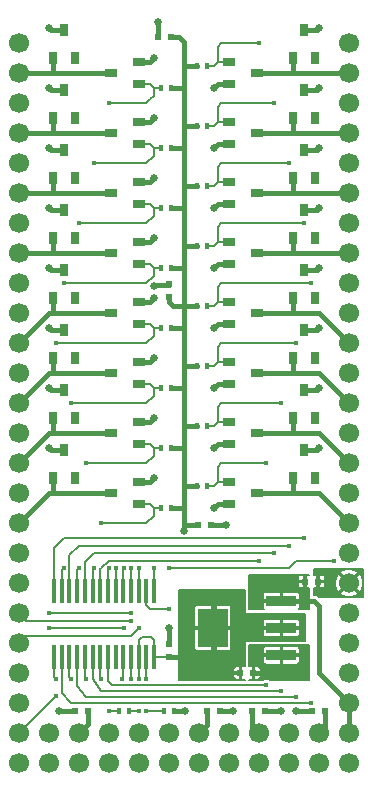
<source format=gbr>
G04 #@! TF.FileFunction,Copper,L1,Top,Signal*
%FSLAX46Y46*%
G04 Gerber Fmt 4.6, Leading zero omitted, Abs format (unit mm)*
G04 Created by KiCad (PCBNEW 4.0.7) date Monday, October 08, 2018 'PMt' 05:16:59 PM*
%MOMM*%
%LPD*%
G01*
G04 APERTURE LIST*
%ADD10C,0.100000*%
%ADD11R,0.400000X0.600000*%
%ADD12R,0.300000X2.000000*%
%ADD13R,0.800000X1.000000*%
%ADD14R,0.600000X0.500000*%
%ADD15R,0.500000X0.600000*%
%ADD16R,2.500000X3.300000*%
%ADD17R,2.500000X0.950000*%
%ADD18R,1.000000X0.800000*%
%ADD19C,1.700000*%
%ADD20C,0.406400*%
%ADD21C,0.635000*%
%ADD22C,0.889000*%
%ADD23C,0.381000*%
%ADD24C,0.177800*%
%ADD25C,0.127000*%
G04 APERTURE END LIST*
D10*
D11*
X171254000Y-90805000D03*
X172154000Y-90805000D03*
D12*
X167640000Y-120015000D03*
X166990000Y-120015000D03*
X166340000Y-120015000D03*
X165690000Y-120015000D03*
X165040000Y-120015000D03*
X164390000Y-120015000D03*
X163740000Y-120015000D03*
X163090000Y-120015000D03*
X162440000Y-120015000D03*
X161790000Y-120015000D03*
X161140000Y-120015000D03*
X160490000Y-120015000D03*
X159840000Y-120015000D03*
X159190000Y-120015000D03*
X159190000Y-125615000D03*
X159840000Y-125615000D03*
X160490000Y-125615000D03*
X161140000Y-125615000D03*
X161790000Y-125615000D03*
X162440000Y-125615000D03*
X163090000Y-125615000D03*
X163740000Y-125615000D03*
X164390000Y-125615000D03*
X165040000Y-125615000D03*
X165690000Y-125615000D03*
X166340000Y-125615000D03*
X166990000Y-125615000D03*
X167640000Y-125615000D03*
D13*
X159070000Y-80010000D03*
X160020000Y-77610000D03*
X160970000Y-80010000D03*
D11*
X169106000Y-82550000D03*
X168206000Y-82550000D03*
D14*
X169079000Y-73152000D03*
X167979000Y-73152000D03*
D15*
X168910000Y-125645000D03*
X168910000Y-124545000D03*
D14*
X180425000Y-119253000D03*
X181525000Y-119253000D03*
X174964000Y-127000000D03*
X176064000Y-127000000D03*
D11*
X169106000Y-77470000D03*
X168206000Y-77470000D03*
X171254000Y-75565000D03*
X172154000Y-75565000D03*
X171254000Y-80645000D03*
X172154000Y-80645000D03*
X169106000Y-87630000D03*
X168206000Y-87630000D03*
X171254000Y-85725000D03*
X172154000Y-85725000D03*
X169106000Y-92710000D03*
X168206000Y-92710000D03*
X169106000Y-97790000D03*
X168206000Y-97790000D03*
X171254000Y-95885000D03*
X172154000Y-95885000D03*
X169106000Y-102870000D03*
X168206000Y-102870000D03*
X171254000Y-100965000D03*
X172154000Y-100965000D03*
X169106000Y-107950000D03*
X168206000Y-107950000D03*
X171254000Y-106045000D03*
X172154000Y-106045000D03*
X169106000Y-113030000D03*
X168206000Y-113030000D03*
X171254000Y-111125000D03*
X172154000Y-111125000D03*
X168460000Y-130175000D03*
X169360000Y-130175000D03*
D16*
X172635000Y-123190000D03*
D17*
X178435000Y-123190000D03*
X178435000Y-120890000D03*
X178435000Y-125490000D03*
D13*
X159070000Y-74930000D03*
X160020000Y-72530000D03*
X160970000Y-74930000D03*
X179390000Y-74930000D03*
X180340000Y-72530000D03*
X181290000Y-74930000D03*
X159070000Y-85090000D03*
X160020000Y-82690000D03*
X160970000Y-85090000D03*
X179390000Y-85090000D03*
X180340000Y-82690000D03*
X181290000Y-85090000D03*
X159070000Y-90170000D03*
X160020000Y-87770000D03*
X160970000Y-90170000D03*
X179390000Y-90170000D03*
X180340000Y-87770000D03*
X181290000Y-90170000D03*
X159070000Y-95250000D03*
X160020000Y-92850000D03*
X160970000Y-95250000D03*
X179390000Y-95250000D03*
X180340000Y-92850000D03*
X181290000Y-95250000D03*
X159070000Y-100330000D03*
X160020000Y-97930000D03*
X160970000Y-100330000D03*
X179390000Y-100330000D03*
X180340000Y-97930000D03*
X181290000Y-100330000D03*
X159070000Y-105410000D03*
X160020000Y-103010000D03*
X160970000Y-105410000D03*
X159070000Y-110490000D03*
X160020000Y-108090000D03*
X160970000Y-110490000D03*
X179390000Y-110490000D03*
X180340000Y-108090000D03*
X181290000Y-110490000D03*
D18*
X166370000Y-77150000D03*
X163970000Y-76200000D03*
X166370000Y-75250000D03*
X173990000Y-75250000D03*
X176390000Y-76200000D03*
X173990000Y-77150000D03*
X166370000Y-82230000D03*
X163970000Y-81280000D03*
X166370000Y-80330000D03*
X173990000Y-80330000D03*
X176390000Y-81280000D03*
X173990000Y-82230000D03*
X166370000Y-87310000D03*
X163970000Y-86360000D03*
X166370000Y-85410000D03*
X173990000Y-85410000D03*
X176390000Y-86360000D03*
X173990000Y-87310000D03*
X166370000Y-92390000D03*
X163970000Y-91440000D03*
X166370000Y-90490000D03*
X173990000Y-90490000D03*
X176390000Y-91440000D03*
X173990000Y-92390000D03*
X166370000Y-97470000D03*
X163970000Y-96520000D03*
X166370000Y-95570000D03*
X173990000Y-95570000D03*
X176390000Y-96520000D03*
X173990000Y-97470000D03*
X166370000Y-102550000D03*
X163970000Y-101600000D03*
X166370000Y-100650000D03*
X173990000Y-100650000D03*
X176390000Y-101600000D03*
X173990000Y-102550000D03*
X166370000Y-107630000D03*
X163970000Y-106680000D03*
X166370000Y-105730000D03*
X173990000Y-105730000D03*
X176390000Y-106680000D03*
X173990000Y-107630000D03*
X166370000Y-112710000D03*
X163970000Y-111760000D03*
X166370000Y-110810000D03*
X173990000Y-110810000D03*
X176390000Y-111760000D03*
X173990000Y-112710000D03*
D14*
X162094000Y-130175000D03*
X160994000Y-130175000D03*
D13*
X179390000Y-80010000D03*
X180340000Y-77610000D03*
X181290000Y-80010000D03*
D14*
X172170000Y-130175000D03*
X173270000Y-130175000D03*
X182160000Y-130175000D03*
X181060000Y-130175000D03*
X175980000Y-130175000D03*
X177080000Y-130175000D03*
X171408000Y-114427000D03*
X172508000Y-114427000D03*
D13*
X179390000Y-105410000D03*
X180340000Y-103010000D03*
X181290000Y-105410000D03*
D11*
X165550000Y-130175000D03*
X164650000Y-130175000D03*
D15*
X168910000Y-95165000D03*
X168910000Y-94065000D03*
D19*
X156210000Y-73660000D03*
X156210000Y-76200000D03*
X156210000Y-78740000D03*
X156210000Y-81280000D03*
X156210000Y-83820000D03*
X156210000Y-86360000D03*
X156210000Y-88900000D03*
X156210000Y-91440000D03*
X156210000Y-93980000D03*
X156210000Y-96520000D03*
X156210000Y-99060000D03*
X156210000Y-101600000D03*
X156210000Y-104140000D03*
X156210000Y-106680000D03*
X156210000Y-109220000D03*
X156210000Y-111760000D03*
X156210000Y-114300000D03*
X156210000Y-116840000D03*
X156210000Y-119380000D03*
X156210000Y-121920000D03*
X156210000Y-124460000D03*
X156210000Y-127000000D03*
X156210000Y-129540000D03*
X156210000Y-132080000D03*
X156210000Y-134620000D03*
X184150000Y-73660000D03*
X184150000Y-76200000D03*
X184150000Y-78740000D03*
X184150000Y-81280000D03*
X184150000Y-83820000D03*
X184150000Y-86360000D03*
X184150000Y-88900000D03*
X184150000Y-91440000D03*
X184150000Y-93980000D03*
X184150000Y-96520000D03*
X184150000Y-99060000D03*
X184150000Y-101600000D03*
X184150000Y-104140000D03*
X184150000Y-106680000D03*
X184150000Y-109220000D03*
X184150000Y-111760000D03*
X184150000Y-114300000D03*
X184150000Y-116840000D03*
X184150000Y-119380000D03*
X184150000Y-121920000D03*
X184150000Y-124460000D03*
X184150000Y-127000000D03*
X184150000Y-129540000D03*
X184150000Y-132080000D03*
X184150000Y-134620000D03*
X181610000Y-132080000D03*
X179070000Y-132080000D03*
X176530000Y-132080000D03*
X173990000Y-132080000D03*
X171450000Y-132080000D03*
X168910000Y-132080000D03*
X166370000Y-132080000D03*
X163830000Y-132080000D03*
X161290000Y-132080000D03*
X158750000Y-132080000D03*
X158750000Y-134620000D03*
X161290000Y-134620000D03*
X163830000Y-134620000D03*
X166370000Y-134620000D03*
X168910000Y-134620000D03*
X171450000Y-134620000D03*
X173990000Y-134620000D03*
X176530000Y-134620000D03*
X179070000Y-134620000D03*
X181610000Y-134620000D03*
D20*
X166370000Y-127508000D03*
X166370000Y-130175000D03*
D21*
X170180000Y-114935000D03*
X170180000Y-121285000D03*
X170180000Y-125730000D03*
D22*
X172720000Y-125730000D03*
X173990000Y-125730000D03*
X171450000Y-125730000D03*
X172720000Y-120650000D03*
X171450000Y-120650000D03*
X173990000Y-120650000D03*
D21*
X168021000Y-71882000D03*
X167640000Y-94234000D03*
X159639000Y-130175000D03*
X173736000Y-114427000D03*
X179070000Y-127000000D03*
X177800000Y-127000000D03*
X180340000Y-127000000D03*
X179705000Y-130175000D03*
X178435000Y-130175000D03*
X168910000Y-123190000D03*
D20*
X167640000Y-118110000D03*
X164465000Y-118110000D03*
D21*
X174371000Y-130175000D03*
X170307000Y-130175000D03*
X167640000Y-110490000D03*
X167640000Y-105410000D03*
X167640000Y-100330000D03*
X172720000Y-113030000D03*
X172720000Y-107950000D03*
X172720000Y-102870000D03*
X172720000Y-97790000D03*
X167640000Y-95250000D03*
X172720000Y-87630000D03*
X172720000Y-92710000D03*
X167640000Y-90170000D03*
X167640000Y-85090000D03*
X167640000Y-80010000D03*
X172720000Y-82550000D03*
X172720000Y-77470000D03*
X167640000Y-74930000D03*
X181610000Y-102870000D03*
X181610000Y-72390000D03*
X181610000Y-77470000D03*
X181610000Y-82550000D03*
X181610000Y-87630000D03*
X181610000Y-92710000D03*
X181610000Y-97790000D03*
X181610000Y-107950000D03*
X158750000Y-102870000D03*
X158750000Y-97790000D03*
X158750000Y-92710000D03*
X158750000Y-87630000D03*
X158750000Y-82550000D03*
X158750000Y-77470000D03*
X158750000Y-72390000D03*
X158750000Y-107950000D03*
D20*
X163830000Y-130175000D03*
X165735000Y-127508000D03*
X165735000Y-122555000D03*
X166370000Y-123190000D03*
X166370000Y-118110000D03*
X158750000Y-121920000D03*
X165735000Y-121920000D03*
X165735000Y-118110000D03*
X158750000Y-123190000D03*
X165100000Y-123190000D03*
X165100000Y-118110000D03*
X164973000Y-127508000D03*
X159385000Y-128905000D03*
X167005000Y-130175000D03*
X167005000Y-127508000D03*
X163830000Y-78740000D03*
X163830000Y-118110000D03*
X176530000Y-117475000D03*
X176530000Y-73660000D03*
X162560000Y-83820000D03*
X162560000Y-118110000D03*
X177800000Y-116840000D03*
X177800000Y-78740000D03*
X161290000Y-118110000D03*
X161290000Y-88900000D03*
X179070000Y-116205000D03*
X179070000Y-83820000D03*
X160020000Y-118110000D03*
X160020000Y-93980000D03*
X180340000Y-115570000D03*
X180340000Y-88900000D03*
X159385000Y-127508000D03*
X159385000Y-99060000D03*
X180975000Y-93980000D03*
X180975000Y-129540000D03*
X160655000Y-104140000D03*
X160655000Y-127508000D03*
X179705000Y-129032000D03*
X179705000Y-99060000D03*
X161925000Y-109220000D03*
X161925000Y-127508000D03*
X178435000Y-104140000D03*
X178435000Y-128524000D03*
X163195000Y-114300000D03*
X163195000Y-127508000D03*
X177165000Y-109220000D03*
X177165000Y-128016000D03*
X168910000Y-121602500D03*
X168910000Y-118110000D03*
X182880000Y-117475000D03*
D23*
X171408000Y-114427000D02*
X170180000Y-114427000D01*
X170180000Y-114427000D02*
X170180000Y-114300000D01*
X170180000Y-113030000D02*
X169545000Y-113030000D01*
X169545000Y-113030000D02*
X169106000Y-113030000D01*
X170180000Y-111125000D02*
X170815000Y-111125000D01*
X170815000Y-111125000D02*
X171254000Y-111125000D01*
X170180000Y-107950000D02*
X169672000Y-107950000D01*
X169672000Y-107950000D02*
X169106000Y-107950000D01*
X170815000Y-106045000D02*
X170180000Y-106045000D01*
X170180000Y-102870000D02*
X169672000Y-102870000D01*
X169672000Y-102870000D02*
X169106000Y-102870000D01*
X171254000Y-100965000D02*
X170180000Y-100965000D01*
X168910000Y-95065000D02*
X168910000Y-95567500D01*
X169730000Y-95885000D02*
X170180000Y-95885000D01*
X169227500Y-95885000D02*
X169730000Y-95885000D01*
X168910000Y-95567500D02*
X169227500Y-95885000D01*
X170180000Y-97790000D02*
X169672000Y-97790000D01*
X169672000Y-97790000D02*
X169106000Y-97790000D01*
X170180000Y-95885000D02*
X170688000Y-95885000D01*
X170688000Y-95885000D02*
X171254000Y-95885000D01*
X170180000Y-92710000D02*
X169672000Y-92710000D01*
X169672000Y-92710000D02*
X169106000Y-92710000D01*
X170180000Y-90805000D02*
X170688000Y-90805000D01*
X170688000Y-90805000D02*
X171254000Y-90805000D01*
X170180000Y-87630000D02*
X169672000Y-87630000D01*
X169672000Y-87630000D02*
X169106000Y-87630000D01*
X171254000Y-85725000D02*
X170180000Y-85725000D01*
X170180000Y-82550000D02*
X169672000Y-82550000D01*
X169672000Y-82550000D02*
X169106000Y-82550000D01*
X170180000Y-80645000D02*
X170561000Y-80645000D01*
X170561000Y-80645000D02*
X171254000Y-80645000D01*
X170180000Y-77470000D02*
X169672000Y-77470000D01*
X169672000Y-77470000D02*
X169106000Y-77470000D01*
X170815000Y-75565000D02*
X170180000Y-75565000D01*
D24*
X166340000Y-127478000D02*
X166370000Y-127508000D01*
X166340000Y-125615000D02*
X166340000Y-127478000D01*
X166370000Y-130175000D02*
X165550000Y-130175000D01*
D23*
X170180000Y-76073000D02*
X170180000Y-75565000D01*
X170180000Y-76073000D02*
X170180000Y-77470000D01*
X170180000Y-77470000D02*
X170180000Y-77978000D01*
X170180000Y-75565000D02*
X170180000Y-73533000D01*
X169799000Y-73152000D02*
X169079000Y-73152000D01*
X170180000Y-73533000D02*
X169799000Y-73152000D01*
X170180000Y-81026000D02*
X170180000Y-80645000D01*
X170180000Y-80645000D02*
X170180000Y-77978000D01*
X170180000Y-88138000D02*
X170180000Y-90805000D01*
X170180000Y-90805000D02*
X170180000Y-91313000D01*
X170180000Y-91313000D02*
X170180000Y-92710000D01*
X170180000Y-92710000D02*
X170180000Y-93218000D01*
X170180000Y-93218000D02*
X170180000Y-95504000D01*
X170180000Y-95504000D02*
X170180000Y-95885000D01*
X170180000Y-86106000D02*
X170180000Y-87630000D01*
X170180000Y-87630000D02*
X170180000Y-88138000D01*
X170180000Y-83058000D02*
X170180000Y-85725000D01*
X170180000Y-85725000D02*
X170180000Y-86106000D01*
X170180000Y-82550000D02*
X170180000Y-83058000D01*
X170180000Y-81026000D02*
X170180000Y-82550000D01*
X170180000Y-97790000D02*
X170180000Y-98298000D01*
X170180000Y-95885000D02*
X170180000Y-96393000D01*
X170180000Y-96393000D02*
X170180000Y-97790000D01*
X170180000Y-98298000D02*
X170180000Y-100965000D01*
X170180000Y-100965000D02*
X170180000Y-101346000D01*
X170180000Y-101346000D02*
X170180000Y-102870000D01*
X170180000Y-102870000D02*
X170180000Y-103378000D01*
X170180000Y-103378000D02*
X170180000Y-106045000D01*
X170180000Y-106045000D02*
X170180000Y-106553000D01*
X170180000Y-106553000D02*
X170180000Y-107950000D01*
X170180000Y-107950000D02*
X170180000Y-108458000D01*
X171254000Y-106045000D02*
X170815000Y-106045000D01*
X170815000Y-106045000D02*
X170688000Y-106045000D01*
X170180000Y-113030000D02*
X170180000Y-113411000D01*
X170180000Y-113411000D02*
X170180000Y-113665000D01*
X170180000Y-111760000D02*
X170180000Y-112395000D01*
X170180000Y-112395000D02*
X170180000Y-113030000D01*
X170180000Y-108458000D02*
X170180000Y-111125000D01*
X170180000Y-111125000D02*
X170180000Y-111760000D01*
X170180000Y-113665000D02*
X170180000Y-113919000D01*
X170180000Y-113919000D02*
X170180000Y-114300000D01*
X170180000Y-114300000D02*
X170180000Y-114935000D01*
D24*
X166624000Y-123952000D02*
X166340000Y-124236000D01*
X166340000Y-124236000D02*
X166340000Y-125615000D01*
X167386000Y-123952000D02*
X167640000Y-124206000D01*
X166624000Y-123952000D02*
X167386000Y-123952000D01*
X167640000Y-125615000D02*
X167640000Y-124206000D01*
D23*
X168910000Y-125645000D02*
X170095000Y-125645000D01*
X170095000Y-125645000D02*
X170180000Y-125730000D01*
D24*
X168910000Y-125645000D02*
X167670000Y-125645000D01*
X167670000Y-125645000D02*
X167640000Y-125615000D01*
D23*
X172720000Y-125730000D02*
X173990000Y-125730000D01*
X171450000Y-125730000D02*
X172720000Y-125730000D01*
X172720000Y-125730000D02*
X172720000Y-123275000D01*
X172720000Y-120650000D02*
X171450000Y-120650000D01*
X173990000Y-120650000D02*
X172720000Y-120650000D01*
X172720000Y-120650000D02*
X172720000Y-123105000D01*
X172635000Y-123190000D02*
X172720000Y-123275000D01*
X172635000Y-123190000D02*
X172720000Y-123105000D01*
X171254000Y-75565000D02*
X170815000Y-75565000D01*
X170815000Y-75565000D02*
X170688000Y-75565000D01*
X167979000Y-73152000D02*
X167979000Y-71924000D01*
X167979000Y-71924000D02*
X168021000Y-71882000D01*
X168910000Y-94165000D02*
X167709000Y-94165000D01*
X167709000Y-94165000D02*
X167640000Y-94234000D01*
X160994000Y-130175000D02*
X159639000Y-130175000D01*
X172508000Y-114427000D02*
X173736000Y-114427000D01*
X180340000Y-127000000D02*
X179070000Y-127000000D01*
X177800000Y-127000000D02*
X176064000Y-127000000D01*
X179070000Y-127000000D02*
X177800000Y-127000000D01*
X181060000Y-130175000D02*
X179705000Y-130175000D01*
X177080000Y-130175000D02*
X178435000Y-130175000D01*
X168910000Y-124545000D02*
X168910000Y-123190000D01*
D24*
X167640000Y-120015000D02*
X167640000Y-118110000D01*
X164390000Y-120015000D02*
X164390000Y-118185000D01*
X164390000Y-118185000D02*
X164465000Y-118110000D01*
D23*
X173270000Y-130175000D02*
X174371000Y-130175000D01*
X169360000Y-130175000D02*
X170307000Y-130175000D01*
X166370000Y-110810000D02*
X167320000Y-110810000D01*
X167320000Y-110810000D02*
X167640000Y-110490000D01*
X166370000Y-105730000D02*
X167320000Y-105730000D01*
X167320000Y-105730000D02*
X167640000Y-105410000D01*
X166370000Y-100650000D02*
X167320000Y-100650000D01*
X167320000Y-100650000D02*
X167640000Y-100330000D01*
X173990000Y-112710000D02*
X173040000Y-112710000D01*
X173040000Y-112710000D02*
X172720000Y-113030000D01*
X173990000Y-107630000D02*
X173040000Y-107630000D01*
X173040000Y-107630000D02*
X172720000Y-107950000D01*
X173990000Y-102550000D02*
X173040000Y-102550000D01*
X173040000Y-102550000D02*
X172720000Y-102870000D01*
X173990000Y-97470000D02*
X173040000Y-97470000D01*
X173040000Y-97470000D02*
X172720000Y-97790000D01*
X166370000Y-95570000D02*
X167320000Y-95570000D01*
X167320000Y-95570000D02*
X167640000Y-95250000D01*
X173990000Y-87310000D02*
X173040000Y-87310000D01*
X173040000Y-87310000D02*
X172720000Y-87630000D01*
X173990000Y-92390000D02*
X173040000Y-92390000D01*
X173040000Y-92390000D02*
X172720000Y-92710000D01*
X166370000Y-90490000D02*
X167320000Y-90490000D01*
X167320000Y-90490000D02*
X167640000Y-90170000D01*
X166370000Y-85410000D02*
X167320000Y-85410000D01*
X167320000Y-85410000D02*
X167640000Y-85090000D01*
X166370000Y-80330000D02*
X167320000Y-80330000D01*
X167320000Y-80330000D02*
X167640000Y-80010000D01*
X173990000Y-82230000D02*
X173040000Y-82230000D01*
X173040000Y-82230000D02*
X172720000Y-82550000D01*
X173990000Y-77150000D02*
X173040000Y-77150000D01*
X173040000Y-77150000D02*
X172720000Y-77470000D01*
X166370000Y-75250000D02*
X167320000Y-75250000D01*
X167320000Y-75250000D02*
X167640000Y-74930000D01*
X161290000Y-132080000D02*
X162094000Y-131276000D01*
X162094000Y-131276000D02*
X162094000Y-130175000D01*
X176530000Y-132080000D02*
X175980000Y-131530000D01*
X175980000Y-131530000D02*
X175980000Y-130175000D01*
X181610000Y-132080000D02*
X182160000Y-131530000D01*
X182160000Y-131530000D02*
X182160000Y-130175000D01*
X180340000Y-103010000D02*
X181470000Y-103010000D01*
X181470000Y-103010000D02*
X181610000Y-102870000D01*
X172170000Y-130175000D02*
X172170000Y-131360000D01*
X172170000Y-131360000D02*
X171450000Y-132080000D01*
X180340000Y-72530000D02*
X181470000Y-72530000D01*
X181470000Y-72530000D02*
X181610000Y-72390000D01*
X180340000Y-77610000D02*
X181470000Y-77610000D01*
X181470000Y-77610000D02*
X181610000Y-77470000D01*
X180340000Y-82690000D02*
X181470000Y-82690000D01*
X181470000Y-82690000D02*
X181610000Y-82550000D01*
X180340000Y-87770000D02*
X181470000Y-87770000D01*
X181470000Y-87770000D02*
X181610000Y-87630000D01*
X180340000Y-92850000D02*
X181470000Y-92850000D01*
X181470000Y-92850000D02*
X181610000Y-92710000D01*
X180340000Y-97930000D02*
X181470000Y-97930000D01*
X181470000Y-97930000D02*
X181610000Y-97790000D01*
X181610000Y-107950000D02*
X181470000Y-108090000D01*
X181470000Y-108090000D02*
X180340000Y-108090000D01*
X160020000Y-103010000D02*
X158890000Y-103010000D01*
X158890000Y-103010000D02*
X158750000Y-102870000D01*
X160020000Y-97930000D02*
X158890000Y-97930000D01*
X158890000Y-97930000D02*
X158750000Y-97790000D01*
X160020000Y-92850000D02*
X158890000Y-92850000D01*
X158890000Y-92850000D02*
X158750000Y-92710000D01*
X160020000Y-87770000D02*
X158890000Y-87770000D01*
X158890000Y-87770000D02*
X158750000Y-87630000D01*
X160020000Y-82690000D02*
X158890000Y-82690000D01*
X158890000Y-82690000D02*
X158750000Y-82550000D01*
X160020000Y-77610000D02*
X158890000Y-77610000D01*
X158890000Y-77610000D02*
X158750000Y-77470000D01*
X160020000Y-72530000D02*
X158890000Y-72530000D01*
X158890000Y-72530000D02*
X158750000Y-72390000D01*
X160020000Y-108090000D02*
X158890000Y-108090000D01*
X158890000Y-108090000D02*
X158750000Y-107950000D01*
X159070000Y-74930000D02*
X159070000Y-76200000D01*
X159070000Y-76200000D02*
X159067500Y-76200000D01*
X158750000Y-76200000D02*
X159067500Y-76200000D01*
X159067500Y-76200000D02*
X159385000Y-76200000D01*
X159385000Y-76200000D02*
X163970000Y-76200000D01*
X157800000Y-76200000D02*
X158750000Y-76200000D01*
X156210000Y-76200000D02*
X157800000Y-76200000D01*
X179390000Y-74930000D02*
X179390000Y-76200000D01*
X179390000Y-76200000D02*
X179387500Y-76200000D01*
X184150000Y-76200000D02*
X179705000Y-76200000D01*
X179070000Y-76200000D02*
X176390000Y-76200000D01*
X179705000Y-76200000D02*
X179387500Y-76200000D01*
X179387500Y-76200000D02*
X179070000Y-76200000D01*
X159070000Y-80010000D02*
X159070000Y-81280000D01*
X159070000Y-81280000D02*
X159067500Y-81280000D01*
X158750000Y-81280000D02*
X159067500Y-81280000D01*
X159067500Y-81280000D02*
X159385000Y-81280000D01*
X159385000Y-81280000D02*
X163970000Y-81280000D01*
X156210000Y-81280000D02*
X158750000Y-81280000D01*
X179390000Y-80010000D02*
X179390000Y-81280000D01*
X179390000Y-81280000D02*
X179387500Y-81280000D01*
X179705000Y-81280000D02*
X184150000Y-81280000D01*
X179070000Y-81280000D02*
X176390000Y-81280000D01*
X179705000Y-81280000D02*
X179387500Y-81280000D01*
X179387500Y-81280000D02*
X179070000Y-81280000D01*
X159070000Y-85090000D02*
X159070000Y-86360000D01*
X159070000Y-86360000D02*
X159067500Y-86360000D01*
X158750000Y-86360000D02*
X159067500Y-86360000D01*
X159067500Y-86360000D02*
X159385000Y-86360000D01*
X159385000Y-86360000D02*
X163970000Y-86360000D01*
X158750000Y-86360000D02*
X156210000Y-86360000D01*
X179390000Y-85090000D02*
X179390000Y-86360000D01*
X179390000Y-86360000D02*
X179387500Y-86360000D01*
X179705000Y-86360000D02*
X184150000Y-86360000D01*
X179070000Y-86360000D02*
X176390000Y-86360000D01*
X179705000Y-86360000D02*
X179387500Y-86360000D01*
X179387500Y-86360000D02*
X179070000Y-86360000D01*
X159070000Y-90170000D02*
X159070000Y-91440000D01*
X159070000Y-91440000D02*
X159067500Y-91440000D01*
X158750000Y-91440000D02*
X159067500Y-91440000D01*
X159067500Y-91440000D02*
X159385000Y-91440000D01*
X159385000Y-91440000D02*
X163970000Y-91440000D01*
X156210000Y-91440000D02*
X158750000Y-91440000D01*
X179390000Y-90170000D02*
X179390000Y-91440000D01*
X179390000Y-91440000D02*
X179387500Y-91440000D01*
X179705000Y-91440000D02*
X179387500Y-91440000D01*
X179387500Y-91440000D02*
X179070000Y-91440000D01*
X179705000Y-91440000D02*
X184150000Y-91440000D01*
X179070000Y-91440000D02*
X176390000Y-91440000D01*
X159070000Y-95250000D02*
X159070000Y-96520000D01*
X159070000Y-96520000D02*
X159067500Y-96520000D01*
X163970000Y-96520000D02*
X159067500Y-96520000D01*
X159067500Y-96520000D02*
X158750000Y-96520000D01*
X158750000Y-96520000D02*
X156210000Y-99060000D01*
X179390000Y-95250000D02*
X179390000Y-96520000D01*
X179390000Y-96520000D02*
X179387500Y-96520000D01*
X181610000Y-96520000D02*
X184150000Y-99060000D01*
X176390000Y-96520000D02*
X179387500Y-96520000D01*
X179387500Y-96520000D02*
X179705000Y-96520000D01*
X179705000Y-96520000D02*
X181610000Y-96520000D01*
X159070000Y-100330000D02*
X159070000Y-101600000D01*
X159070000Y-101600000D02*
X159067500Y-101600000D01*
X163970000Y-101600000D02*
X159067500Y-101600000D01*
X159067500Y-101600000D02*
X158750000Y-101600000D01*
X158750000Y-101600000D02*
X156210000Y-104140000D01*
X179390000Y-100330000D02*
X179390000Y-101600000D01*
X179390000Y-101600000D02*
X179387500Y-101600000D01*
X181610000Y-101600000D02*
X184150000Y-104140000D01*
X176390000Y-101600000D02*
X179387500Y-101600000D01*
X179387500Y-101600000D02*
X179705000Y-101600000D01*
X179705000Y-101600000D02*
X181610000Y-101600000D01*
X159070000Y-105410000D02*
X159070000Y-106680000D01*
X159070000Y-106680000D02*
X159067500Y-106680000D01*
X163970000Y-106680000D02*
X159067500Y-106680000D01*
X159067500Y-106680000D02*
X158750000Y-106680000D01*
X156210000Y-109220000D02*
X158750000Y-106680000D01*
X179390000Y-105410000D02*
X179390000Y-106680000D01*
X179390000Y-106680000D02*
X179387500Y-106680000D01*
X181610000Y-106680000D02*
X184150000Y-109220000D01*
X179705000Y-106680000D02*
X181610000Y-106680000D01*
X176390000Y-106680000D02*
X179387500Y-106680000D01*
X179387500Y-106680000D02*
X179705000Y-106680000D01*
X159070000Y-110490000D02*
X159070000Y-111760000D01*
X159070000Y-111760000D02*
X159067500Y-111760000D01*
X163970000Y-111760000D02*
X159067500Y-111760000D01*
X159067500Y-111760000D02*
X158750000Y-111760000D01*
X156210000Y-114300000D02*
X158750000Y-111760000D01*
X179390000Y-110490000D02*
X179390000Y-111760000D01*
X179390000Y-111760000D02*
X179387500Y-111760000D01*
X181610000Y-111760000D02*
X184150000Y-114300000D01*
X179705000Y-111760000D02*
X181610000Y-111760000D01*
X176390000Y-111760000D02*
X179387500Y-111760000D01*
X179387500Y-111760000D02*
X179705000Y-111760000D01*
D24*
X163830000Y-130175000D02*
X164650000Y-130175000D01*
X165690000Y-125615000D02*
X165690000Y-127463000D01*
X165690000Y-127463000D02*
X165735000Y-127508000D01*
X165735000Y-122555000D02*
X156845000Y-122555000D01*
X156845000Y-122555000D02*
X156210000Y-121920000D01*
X166370000Y-123190000D02*
X165735000Y-123825000D01*
X166370000Y-119985000D02*
X166370000Y-118110000D01*
X156845000Y-123825000D02*
X156210000Y-124460000D01*
X165735000Y-123825000D02*
X156845000Y-123825000D01*
X165690000Y-120015000D02*
X165690000Y-118155000D01*
X165735000Y-121920000D02*
X158750000Y-121920000D01*
X165690000Y-118155000D02*
X165735000Y-118110000D01*
X165690000Y-120015000D02*
X165735000Y-119970000D01*
X165040000Y-120015000D02*
X165040000Y-118170000D01*
X165100000Y-123190000D02*
X158750000Y-123190000D01*
X165040000Y-118170000D02*
X165100000Y-118110000D01*
X165040000Y-120015000D02*
X165100000Y-119955000D01*
X165040000Y-125615000D02*
X165040000Y-127441000D01*
X165040000Y-127441000D02*
X164973000Y-127508000D01*
X165040000Y-127441000D02*
X164973000Y-127508000D01*
X156210000Y-132080000D02*
X159385000Y-128905000D01*
D23*
X178435000Y-120890000D02*
X181215000Y-120890000D01*
X181610000Y-127000000D02*
X184150000Y-129540000D01*
X181610000Y-121285000D02*
X181610000Y-127000000D01*
X184150000Y-132080000D02*
X184150000Y-129540000D01*
X181215000Y-120890000D02*
X181610000Y-121285000D01*
D24*
X166990000Y-125615000D02*
X166990000Y-127493000D01*
X167005000Y-130175000D02*
X168460000Y-130175000D01*
X166990000Y-127493000D02*
X167005000Y-127508000D01*
X167640000Y-77470000D02*
X167640000Y-78105000D01*
X167640000Y-78105000D02*
X167322500Y-78422500D01*
X167640000Y-77470000D02*
X168206000Y-77470000D01*
X167322500Y-78422500D02*
X167005000Y-78740000D01*
X167005000Y-78740000D02*
X163830000Y-78740000D01*
X163830000Y-118110000D02*
X163740000Y-118200000D01*
X163740000Y-120015000D02*
X163740000Y-118200000D01*
X166370000Y-77150000D02*
X167320000Y-77150000D01*
X167320000Y-77150000D02*
X167640000Y-77470000D01*
X173037500Y-75250000D02*
X173037500Y-73977500D01*
X163195000Y-118110000D02*
X163090000Y-118215000D01*
X163090000Y-118215000D02*
X163090000Y-120015000D01*
X176530000Y-117475000D02*
X163830000Y-117475000D01*
X163830000Y-117475000D02*
X163195000Y-118110000D01*
X173037500Y-73977500D02*
X173355000Y-73660000D01*
X173355000Y-73660000D02*
X176530000Y-73660000D01*
X172720000Y-75565000D02*
X172154000Y-75565000D01*
X173035000Y-75250000D02*
X173037500Y-75250000D01*
X173037500Y-75250000D02*
X173990000Y-75250000D01*
X172720000Y-75565000D02*
X173035000Y-75250000D01*
X168206000Y-82550000D02*
X167640000Y-82550000D01*
X162440000Y-120015000D02*
X162440000Y-118230000D01*
X162560000Y-118110000D02*
X162440000Y-118230000D01*
X167640000Y-82550000D02*
X167640000Y-83185000D01*
X167005000Y-83820000D02*
X162560000Y-83820000D01*
X167640000Y-83185000D02*
X167005000Y-83820000D01*
X167320000Y-82230000D02*
X166370000Y-82230000D01*
X167640000Y-82550000D02*
X167320000Y-82230000D01*
X173037500Y-80330000D02*
X173037500Y-79057500D01*
X172154000Y-80645000D02*
X172720000Y-80645000D01*
X177800000Y-116840000D02*
X162560000Y-116840000D01*
X162560000Y-116840000D02*
X161790000Y-117610000D01*
X161790000Y-117610000D02*
X161790000Y-120015000D01*
X177800000Y-78740000D02*
X173355000Y-78740000D01*
X173037500Y-79057500D02*
X173355000Y-78740000D01*
X173990000Y-80330000D02*
X173037500Y-80330000D01*
X173037500Y-80330000D02*
X173035000Y-80330000D01*
X173035000Y-80330000D02*
X172720000Y-80645000D01*
X161140000Y-118895000D02*
X161140000Y-118260000D01*
X167640000Y-88265000D02*
X167005000Y-88900000D01*
X167005000Y-88900000D02*
X161290000Y-88900000D01*
X167640000Y-87630000D02*
X167640000Y-88265000D01*
X161140000Y-118895000D02*
X161140000Y-120015000D01*
X161140000Y-118260000D02*
X161290000Y-118110000D01*
X168206000Y-87630000D02*
X167640000Y-87630000D01*
X167320000Y-87310000D02*
X166370000Y-87310000D01*
X167640000Y-87630000D02*
X167320000Y-87310000D01*
X173037500Y-85410000D02*
X173037500Y-84137500D01*
X172154000Y-85725000D02*
X172720000Y-85725000D01*
X179070000Y-116205000D02*
X161290000Y-116205000D01*
X161290000Y-116205000D02*
X160490000Y-117005000D01*
X160490000Y-117005000D02*
X160490000Y-120015000D01*
X173037500Y-84137500D02*
X173355000Y-83820000D01*
X173355000Y-83820000D02*
X179070000Y-83820000D01*
X173035000Y-85410000D02*
X173037500Y-85410000D01*
X173037500Y-85410000D02*
X173990000Y-85410000D01*
X172720000Y-85725000D02*
X173035000Y-85410000D01*
X159840000Y-118925000D02*
X159840000Y-118290000D01*
X159840000Y-120015000D02*
X159840000Y-118925000D01*
X167005000Y-93980000D02*
X160020000Y-93980000D01*
X167640000Y-93345000D02*
X167005000Y-93980000D01*
X167640000Y-93345000D02*
X167640000Y-92710000D01*
X159840000Y-118290000D02*
X160020000Y-118110000D01*
X168206000Y-92710000D02*
X167640000Y-92710000D01*
X167320000Y-92390000D02*
X166370000Y-92390000D01*
X167640000Y-92710000D02*
X167320000Y-92390000D01*
X173037500Y-90490000D02*
X173037500Y-89217500D01*
X172154000Y-90805000D02*
X172720000Y-90805000D01*
X180340000Y-115570000D02*
X160020000Y-115570000D01*
X160020000Y-115570000D02*
X159190000Y-116400000D01*
X159190000Y-116400000D02*
X159190000Y-120015000D01*
X173037500Y-89217500D02*
X173355000Y-88900000D01*
X173355000Y-88900000D02*
X180340000Y-88900000D01*
X173035000Y-90490000D02*
X173037500Y-90490000D01*
X173037500Y-90490000D02*
X173990000Y-90490000D01*
X172720000Y-90805000D02*
X173035000Y-90490000D01*
X159190000Y-126805000D02*
X159190000Y-127313000D01*
X159190000Y-125615000D02*
X159190000Y-126805000D01*
X167640000Y-98425000D02*
X167005000Y-99060000D01*
X167005000Y-99060000D02*
X159385000Y-99060000D01*
X167640000Y-98425000D02*
X167640000Y-97790000D01*
X159190000Y-127313000D02*
X159385000Y-127508000D01*
X167640000Y-97790000D02*
X168206000Y-97790000D01*
X167320000Y-97470000D02*
X166370000Y-97470000D01*
X167640000Y-97790000D02*
X167320000Y-97470000D01*
X173037500Y-95570000D02*
X173037500Y-94297500D01*
X172154000Y-95885000D02*
X172720000Y-95885000D01*
X173037500Y-94297500D02*
X173355000Y-93980000D01*
X173355000Y-93980000D02*
X180975000Y-93980000D01*
X159840000Y-128725000D02*
X159840000Y-125615000D01*
X160655000Y-129540000D02*
X180975000Y-129540000D01*
X159840000Y-128725000D02*
X160655000Y-129540000D01*
X173990000Y-95570000D02*
X173037500Y-95570000D01*
X173037500Y-95570000D02*
X173035000Y-95570000D01*
X173035000Y-95570000D02*
X172720000Y-95885000D01*
X160490000Y-126835000D02*
X160490000Y-127343000D01*
X167640000Y-103505000D02*
X167005000Y-104140000D01*
X167005000Y-104140000D02*
X160655000Y-104140000D01*
X167640000Y-102997000D02*
X167640000Y-103505000D01*
X160490000Y-126835000D02*
X160490000Y-125615000D01*
X160490000Y-127343000D02*
X160655000Y-127508000D01*
X168206000Y-102870000D02*
X167640000Y-102870000D01*
X167640000Y-102870000D02*
X167640000Y-102997000D01*
X167640000Y-102870000D02*
X167640000Y-102997000D01*
X167320000Y-102550000D02*
X166370000Y-102550000D01*
X167640000Y-102870000D02*
X167320000Y-102550000D01*
X173037500Y-100650000D02*
X173037500Y-99377500D01*
X172154000Y-100965000D02*
X172720000Y-100965000D01*
X179705000Y-129032000D02*
X161925000Y-129032000D01*
X161925000Y-129032000D02*
X161140000Y-128120000D01*
X161140000Y-128120000D02*
X161140000Y-125615000D01*
X173355000Y-99060000D02*
X179705000Y-99060000D01*
X173037500Y-99377500D02*
X173355000Y-99060000D01*
X173035000Y-100650000D02*
X173037500Y-100650000D01*
X173037500Y-100650000D02*
X173990000Y-100650000D01*
X172720000Y-100965000D02*
X173035000Y-100650000D01*
X161790000Y-125615000D02*
X161790000Y-127373000D01*
X167640000Y-108585000D02*
X167640000Y-107950000D01*
X167005000Y-109220000D02*
X161925000Y-109220000D01*
X167640000Y-108585000D02*
X167005000Y-109220000D01*
X161790000Y-127373000D02*
X161925000Y-127508000D01*
X168206000Y-107950000D02*
X167640000Y-107950000D01*
X167320000Y-107630000D02*
X166370000Y-107630000D01*
X167640000Y-107950000D02*
X167320000Y-107630000D01*
X173037500Y-105730000D02*
X173037500Y-104457500D01*
X172154000Y-106045000D02*
X172720000Y-106045000D01*
X178435000Y-128524000D02*
X163195000Y-128524000D01*
X163195000Y-128524000D02*
X162440000Y-127515000D01*
X162440000Y-127515000D02*
X162440000Y-125615000D01*
X173037500Y-104457500D02*
X173355000Y-104140000D01*
X173355000Y-104140000D02*
X178435000Y-104140000D01*
X173035000Y-105730000D02*
X173037500Y-105730000D01*
X173037500Y-105730000D02*
X173990000Y-105730000D01*
X172720000Y-106045000D02*
X173035000Y-105730000D01*
X163090000Y-125615000D02*
X163090000Y-127403000D01*
X163195000Y-114300000D02*
X167005000Y-114300000D01*
X167640000Y-113665000D02*
X167640000Y-113030000D01*
X167005000Y-114300000D02*
X167640000Y-113665000D01*
X163090000Y-127403000D02*
X163195000Y-127508000D01*
X168206000Y-113030000D02*
X167640000Y-113030000D01*
X167320000Y-112710000D02*
X166370000Y-112710000D01*
X167640000Y-113030000D02*
X167320000Y-112710000D01*
X173037500Y-110810000D02*
X173037500Y-109537500D01*
X163740000Y-125615000D02*
X163740000Y-127672000D01*
X177165000Y-128016000D02*
X164465000Y-128016000D01*
X164084000Y-128016000D02*
X164465000Y-128016000D01*
X163740000Y-127672000D02*
X164084000Y-128016000D01*
X172154000Y-111125000D02*
X172720000Y-111125000D01*
X173037500Y-109537500D02*
X173355000Y-109220000D01*
X173355000Y-109220000D02*
X177165000Y-109220000D01*
X177165000Y-109220000D02*
X177165000Y-109220000D01*
X173035000Y-110810000D02*
X173037500Y-110810000D01*
X173037500Y-110810000D02*
X173990000Y-110810000D01*
X172720000Y-111125000D02*
X173035000Y-110810000D01*
X166990000Y-121270000D02*
X166990000Y-120015000D01*
X167322500Y-121602500D02*
X166990000Y-121270000D01*
X168910000Y-121602500D02*
X167322500Y-121602500D01*
X179070000Y-118110000D02*
X168910000Y-118110000D01*
X179705000Y-117475000D02*
X179070000Y-118110000D01*
X182880000Y-117475000D02*
X179705000Y-117475000D01*
D25*
G36*
X175323500Y-121920000D02*
X175328503Y-121944705D01*
X175342723Y-121965517D01*
X175363920Y-121979157D01*
X175387000Y-121983500D01*
X180403500Y-121983500D01*
X180403500Y-124269500D01*
X175387000Y-124269500D01*
X175362295Y-124274503D01*
X175341483Y-124288723D01*
X175327843Y-124309920D01*
X175323500Y-124333000D01*
X175323500Y-126432500D01*
X175106875Y-126432500D01*
X175027500Y-126511875D01*
X175027500Y-126936500D01*
X175047500Y-126936500D01*
X175047500Y-127063500D01*
X175027500Y-127063500D01*
X175027500Y-127488125D01*
X175106875Y-127567500D01*
X175323500Y-127567500D01*
X175323500Y-127571500D01*
X169735500Y-127571500D01*
X169735500Y-127142875D01*
X174346500Y-127142875D01*
X174346500Y-127313154D01*
X174394836Y-127429849D01*
X174484150Y-127519163D01*
X174600845Y-127567500D01*
X174821125Y-127567500D01*
X174900500Y-127488125D01*
X174900500Y-127063500D01*
X174425875Y-127063500D01*
X174346500Y-127142875D01*
X169735500Y-127142875D01*
X169735500Y-126686846D01*
X174346500Y-126686846D01*
X174346500Y-126857125D01*
X174425875Y-126936500D01*
X174900500Y-126936500D01*
X174900500Y-126511875D01*
X174821125Y-126432500D01*
X174600845Y-126432500D01*
X174484150Y-126480837D01*
X174394836Y-126570151D01*
X174346500Y-126686846D01*
X169735500Y-126686846D01*
X169735500Y-123332875D01*
X171067500Y-123332875D01*
X171067500Y-124903155D01*
X171115837Y-125019850D01*
X171205151Y-125109164D01*
X171321846Y-125157500D01*
X172492125Y-125157500D01*
X172571500Y-125078125D01*
X172571500Y-123253500D01*
X172698500Y-123253500D01*
X172698500Y-125078125D01*
X172777875Y-125157500D01*
X173948154Y-125157500D01*
X174064849Y-125109164D01*
X174154163Y-125019850D01*
X174202500Y-124903155D01*
X174202500Y-123332875D01*
X176867500Y-123332875D01*
X176867500Y-123728155D01*
X176915837Y-123844850D01*
X177005151Y-123934164D01*
X177121846Y-123982500D01*
X178292125Y-123982500D01*
X178371500Y-123903125D01*
X178371500Y-123253500D01*
X178498500Y-123253500D01*
X178498500Y-123903125D01*
X178577875Y-123982500D01*
X179748154Y-123982500D01*
X179864849Y-123934164D01*
X179954163Y-123844850D01*
X180002500Y-123728155D01*
X180002500Y-123332875D01*
X179923125Y-123253500D01*
X178498500Y-123253500D01*
X178371500Y-123253500D01*
X176946875Y-123253500D01*
X176867500Y-123332875D01*
X174202500Y-123332875D01*
X174123125Y-123253500D01*
X172698500Y-123253500D01*
X172571500Y-123253500D01*
X171146875Y-123253500D01*
X171067500Y-123332875D01*
X169735500Y-123332875D01*
X169735500Y-121476845D01*
X171067500Y-121476845D01*
X171067500Y-123047125D01*
X171146875Y-123126500D01*
X172571500Y-123126500D01*
X172571500Y-121301875D01*
X172698500Y-121301875D01*
X172698500Y-123126500D01*
X174123125Y-123126500D01*
X174202500Y-123047125D01*
X174202500Y-122651845D01*
X176867500Y-122651845D01*
X176867500Y-123047125D01*
X176946875Y-123126500D01*
X178371500Y-123126500D01*
X178371500Y-122476875D01*
X178498500Y-122476875D01*
X178498500Y-123126500D01*
X179923125Y-123126500D01*
X180002500Y-123047125D01*
X180002500Y-122651845D01*
X179954163Y-122535150D01*
X179864849Y-122445836D01*
X179748154Y-122397500D01*
X178577875Y-122397500D01*
X178498500Y-122476875D01*
X178371500Y-122476875D01*
X178292125Y-122397500D01*
X177121846Y-122397500D01*
X177005151Y-122445836D01*
X176915837Y-122535150D01*
X176867500Y-122651845D01*
X174202500Y-122651845D01*
X174202500Y-121476845D01*
X174154163Y-121360150D01*
X174064849Y-121270836D01*
X173948154Y-121222500D01*
X172777875Y-121222500D01*
X172698500Y-121301875D01*
X172571500Y-121301875D01*
X172492125Y-121222500D01*
X171321846Y-121222500D01*
X171205151Y-121270836D01*
X171115837Y-121360150D01*
X171067500Y-121476845D01*
X169735500Y-121476845D01*
X169735500Y-119951500D01*
X175323500Y-119951500D01*
X175323500Y-121920000D01*
X175323500Y-121920000D01*
G37*
X175323500Y-121920000D02*
X175328503Y-121944705D01*
X175342723Y-121965517D01*
X175363920Y-121979157D01*
X175387000Y-121983500D01*
X180403500Y-121983500D01*
X180403500Y-124269500D01*
X175387000Y-124269500D01*
X175362295Y-124274503D01*
X175341483Y-124288723D01*
X175327843Y-124309920D01*
X175323500Y-124333000D01*
X175323500Y-126432500D01*
X175106875Y-126432500D01*
X175027500Y-126511875D01*
X175027500Y-126936500D01*
X175047500Y-126936500D01*
X175047500Y-127063500D01*
X175027500Y-127063500D01*
X175027500Y-127488125D01*
X175106875Y-127567500D01*
X175323500Y-127567500D01*
X175323500Y-127571500D01*
X169735500Y-127571500D01*
X169735500Y-127142875D01*
X174346500Y-127142875D01*
X174346500Y-127313154D01*
X174394836Y-127429849D01*
X174484150Y-127519163D01*
X174600845Y-127567500D01*
X174821125Y-127567500D01*
X174900500Y-127488125D01*
X174900500Y-127063500D01*
X174425875Y-127063500D01*
X174346500Y-127142875D01*
X169735500Y-127142875D01*
X169735500Y-126686846D01*
X174346500Y-126686846D01*
X174346500Y-126857125D01*
X174425875Y-126936500D01*
X174900500Y-126936500D01*
X174900500Y-126511875D01*
X174821125Y-126432500D01*
X174600845Y-126432500D01*
X174484150Y-126480837D01*
X174394836Y-126570151D01*
X174346500Y-126686846D01*
X169735500Y-126686846D01*
X169735500Y-123332875D01*
X171067500Y-123332875D01*
X171067500Y-124903155D01*
X171115837Y-125019850D01*
X171205151Y-125109164D01*
X171321846Y-125157500D01*
X172492125Y-125157500D01*
X172571500Y-125078125D01*
X172571500Y-123253500D01*
X172698500Y-123253500D01*
X172698500Y-125078125D01*
X172777875Y-125157500D01*
X173948154Y-125157500D01*
X174064849Y-125109164D01*
X174154163Y-125019850D01*
X174202500Y-124903155D01*
X174202500Y-123332875D01*
X176867500Y-123332875D01*
X176867500Y-123728155D01*
X176915837Y-123844850D01*
X177005151Y-123934164D01*
X177121846Y-123982500D01*
X178292125Y-123982500D01*
X178371500Y-123903125D01*
X178371500Y-123253500D01*
X178498500Y-123253500D01*
X178498500Y-123903125D01*
X178577875Y-123982500D01*
X179748154Y-123982500D01*
X179864849Y-123934164D01*
X179954163Y-123844850D01*
X180002500Y-123728155D01*
X180002500Y-123332875D01*
X179923125Y-123253500D01*
X178498500Y-123253500D01*
X178371500Y-123253500D01*
X176946875Y-123253500D01*
X176867500Y-123332875D01*
X174202500Y-123332875D01*
X174123125Y-123253500D01*
X172698500Y-123253500D01*
X172571500Y-123253500D01*
X171146875Y-123253500D01*
X171067500Y-123332875D01*
X169735500Y-123332875D01*
X169735500Y-121476845D01*
X171067500Y-121476845D01*
X171067500Y-123047125D01*
X171146875Y-123126500D01*
X172571500Y-123126500D01*
X172571500Y-121301875D01*
X172698500Y-121301875D01*
X172698500Y-123126500D01*
X174123125Y-123126500D01*
X174202500Y-123047125D01*
X174202500Y-122651845D01*
X176867500Y-122651845D01*
X176867500Y-123047125D01*
X176946875Y-123126500D01*
X178371500Y-123126500D01*
X178371500Y-122476875D01*
X178498500Y-122476875D01*
X178498500Y-123126500D01*
X179923125Y-123126500D01*
X180002500Y-123047125D01*
X180002500Y-122651845D01*
X179954163Y-122535150D01*
X179864849Y-122445836D01*
X179748154Y-122397500D01*
X178577875Y-122397500D01*
X178498500Y-122476875D01*
X178371500Y-122476875D01*
X178292125Y-122397500D01*
X177121846Y-122397500D01*
X177005151Y-122445836D01*
X176915837Y-122535150D01*
X176867500Y-122651845D01*
X174202500Y-122651845D01*
X174202500Y-121476845D01*
X174154163Y-121360150D01*
X174064849Y-121270836D01*
X173948154Y-121222500D01*
X172777875Y-121222500D01*
X172698500Y-121301875D01*
X172571500Y-121301875D01*
X172492125Y-121222500D01*
X171321846Y-121222500D01*
X171205151Y-121270836D01*
X171115837Y-121360150D01*
X171067500Y-121476845D01*
X169735500Y-121476845D01*
X169735500Y-119951500D01*
X175323500Y-119951500D01*
X175323500Y-121920000D01*
G36*
X180784500Y-127571500D02*
X177452318Y-127571500D01*
X177269028Y-127495391D01*
X177061881Y-127495210D01*
X176877246Y-127571500D01*
X175704500Y-127571500D01*
X175704500Y-127567500D01*
X175921125Y-127567500D01*
X176000500Y-127488125D01*
X176000500Y-127063500D01*
X176127500Y-127063500D01*
X176127500Y-127488125D01*
X176206875Y-127567500D01*
X176427155Y-127567500D01*
X176543850Y-127519163D01*
X176633164Y-127429849D01*
X176681500Y-127313154D01*
X176681500Y-127142875D01*
X176602125Y-127063500D01*
X176127500Y-127063500D01*
X176000500Y-127063500D01*
X175980500Y-127063500D01*
X175980500Y-126936500D01*
X176000500Y-126936500D01*
X176000500Y-126511875D01*
X176127500Y-126511875D01*
X176127500Y-126936500D01*
X176602125Y-126936500D01*
X176681500Y-126857125D01*
X176681500Y-126686846D01*
X176633164Y-126570151D01*
X176543850Y-126480837D01*
X176427155Y-126432500D01*
X176206875Y-126432500D01*
X176127500Y-126511875D01*
X176000500Y-126511875D01*
X175921125Y-126432500D01*
X175704500Y-126432500D01*
X175704500Y-125632875D01*
X176867500Y-125632875D01*
X176867500Y-126028155D01*
X176915837Y-126144850D01*
X177005151Y-126234164D01*
X177121846Y-126282500D01*
X178292125Y-126282500D01*
X178371500Y-126203125D01*
X178371500Y-125553500D01*
X178498500Y-125553500D01*
X178498500Y-126203125D01*
X178577875Y-126282500D01*
X179748154Y-126282500D01*
X179864849Y-126234164D01*
X179954163Y-126144850D01*
X180002500Y-126028155D01*
X180002500Y-125632875D01*
X179923125Y-125553500D01*
X178498500Y-125553500D01*
X178371500Y-125553500D01*
X176946875Y-125553500D01*
X176867500Y-125632875D01*
X175704500Y-125632875D01*
X175704500Y-124951845D01*
X176867500Y-124951845D01*
X176867500Y-125347125D01*
X176946875Y-125426500D01*
X178371500Y-125426500D01*
X178371500Y-124776875D01*
X178498500Y-124776875D01*
X178498500Y-125426500D01*
X179923125Y-125426500D01*
X180002500Y-125347125D01*
X180002500Y-124951845D01*
X179954163Y-124835150D01*
X179864849Y-124745836D01*
X179748154Y-124697500D01*
X178577875Y-124697500D01*
X178498500Y-124776875D01*
X178371500Y-124776875D01*
X178292125Y-124697500D01*
X177121846Y-124697500D01*
X177005151Y-124745836D01*
X176915837Y-124835150D01*
X176867500Y-124951845D01*
X175704500Y-124951845D01*
X175704500Y-124650500D01*
X180784500Y-124650500D01*
X180784500Y-127571500D01*
X180784500Y-127571500D01*
G37*
X180784500Y-127571500D02*
X177452318Y-127571500D01*
X177269028Y-127495391D01*
X177061881Y-127495210D01*
X176877246Y-127571500D01*
X175704500Y-127571500D01*
X175704500Y-127567500D01*
X175921125Y-127567500D01*
X176000500Y-127488125D01*
X176000500Y-127063500D01*
X176127500Y-127063500D01*
X176127500Y-127488125D01*
X176206875Y-127567500D01*
X176427155Y-127567500D01*
X176543850Y-127519163D01*
X176633164Y-127429849D01*
X176681500Y-127313154D01*
X176681500Y-127142875D01*
X176602125Y-127063500D01*
X176127500Y-127063500D01*
X176000500Y-127063500D01*
X175980500Y-127063500D01*
X175980500Y-126936500D01*
X176000500Y-126936500D01*
X176000500Y-126511875D01*
X176127500Y-126511875D01*
X176127500Y-126936500D01*
X176602125Y-126936500D01*
X176681500Y-126857125D01*
X176681500Y-126686846D01*
X176633164Y-126570151D01*
X176543850Y-126480837D01*
X176427155Y-126432500D01*
X176206875Y-126432500D01*
X176127500Y-126511875D01*
X176000500Y-126511875D01*
X175921125Y-126432500D01*
X175704500Y-126432500D01*
X175704500Y-125632875D01*
X176867500Y-125632875D01*
X176867500Y-126028155D01*
X176915837Y-126144850D01*
X177005151Y-126234164D01*
X177121846Y-126282500D01*
X178292125Y-126282500D01*
X178371500Y-126203125D01*
X178371500Y-125553500D01*
X178498500Y-125553500D01*
X178498500Y-126203125D01*
X178577875Y-126282500D01*
X179748154Y-126282500D01*
X179864849Y-126234164D01*
X179954163Y-126144850D01*
X180002500Y-126028155D01*
X180002500Y-125632875D01*
X179923125Y-125553500D01*
X178498500Y-125553500D01*
X178371500Y-125553500D01*
X176946875Y-125553500D01*
X176867500Y-125632875D01*
X175704500Y-125632875D01*
X175704500Y-124951845D01*
X176867500Y-124951845D01*
X176867500Y-125347125D01*
X176946875Y-125426500D01*
X178371500Y-125426500D01*
X178371500Y-124776875D01*
X178498500Y-124776875D01*
X178498500Y-125426500D01*
X179923125Y-125426500D01*
X180002500Y-125347125D01*
X180002500Y-124951845D01*
X179954163Y-124835150D01*
X179864849Y-124745836D01*
X179748154Y-124697500D01*
X178577875Y-124697500D01*
X178498500Y-124776875D01*
X178371500Y-124776875D01*
X178292125Y-124697500D01*
X177121846Y-124697500D01*
X177005151Y-124745836D01*
X176915837Y-124835150D01*
X176867500Y-124951845D01*
X175704500Y-124951845D01*
X175704500Y-124650500D01*
X180784500Y-124650500D01*
X180784500Y-127571500D01*
G36*
X180784500Y-118685500D02*
X180567875Y-118685500D01*
X180488500Y-118764875D01*
X180488500Y-119189500D01*
X180508500Y-119189500D01*
X180508500Y-119316500D01*
X180488500Y-119316500D01*
X180488500Y-119741125D01*
X180567875Y-119820500D01*
X180784500Y-119820500D01*
X180784500Y-121602500D01*
X179896513Y-121602500D01*
X179954163Y-121544850D01*
X180002500Y-121428155D01*
X180002500Y-121032875D01*
X179923125Y-120953500D01*
X178498500Y-120953500D01*
X178498500Y-120973500D01*
X178371500Y-120973500D01*
X178371500Y-120953500D01*
X176946875Y-120953500D01*
X176867500Y-121032875D01*
X176867500Y-121428155D01*
X176915837Y-121544850D01*
X176973487Y-121602500D01*
X175704500Y-121602500D01*
X175704500Y-120351845D01*
X176867500Y-120351845D01*
X176867500Y-120747125D01*
X176946875Y-120826500D01*
X178371500Y-120826500D01*
X178371500Y-120176875D01*
X178498500Y-120176875D01*
X178498500Y-120826500D01*
X179923125Y-120826500D01*
X180002500Y-120747125D01*
X180002500Y-120351845D01*
X179954163Y-120235150D01*
X179864849Y-120145836D01*
X179748154Y-120097500D01*
X178577875Y-120097500D01*
X178498500Y-120176875D01*
X178371500Y-120176875D01*
X178292125Y-120097500D01*
X177121846Y-120097500D01*
X177005151Y-120145836D01*
X176915837Y-120235150D01*
X176867500Y-120351845D01*
X175704500Y-120351845D01*
X175704500Y-119395875D01*
X179807500Y-119395875D01*
X179807500Y-119566154D01*
X179855836Y-119682849D01*
X179945150Y-119772163D01*
X180061845Y-119820500D01*
X180282125Y-119820500D01*
X180361500Y-119741125D01*
X180361500Y-119316500D01*
X179886875Y-119316500D01*
X179807500Y-119395875D01*
X175704500Y-119395875D01*
X175704500Y-118939846D01*
X179807500Y-118939846D01*
X179807500Y-119110125D01*
X179886875Y-119189500D01*
X180361500Y-119189500D01*
X180361500Y-118764875D01*
X180282125Y-118685500D01*
X180061845Y-118685500D01*
X179945150Y-118733837D01*
X179855836Y-118823151D01*
X179807500Y-118939846D01*
X175704500Y-118939846D01*
X175704500Y-118681500D01*
X180784500Y-118681500D01*
X180784500Y-118685500D01*
X180784500Y-118685500D01*
G37*
X180784500Y-118685500D02*
X180567875Y-118685500D01*
X180488500Y-118764875D01*
X180488500Y-119189500D01*
X180508500Y-119189500D01*
X180508500Y-119316500D01*
X180488500Y-119316500D01*
X180488500Y-119741125D01*
X180567875Y-119820500D01*
X180784500Y-119820500D01*
X180784500Y-121602500D01*
X179896513Y-121602500D01*
X179954163Y-121544850D01*
X180002500Y-121428155D01*
X180002500Y-121032875D01*
X179923125Y-120953500D01*
X178498500Y-120953500D01*
X178498500Y-120973500D01*
X178371500Y-120973500D01*
X178371500Y-120953500D01*
X176946875Y-120953500D01*
X176867500Y-121032875D01*
X176867500Y-121428155D01*
X176915837Y-121544850D01*
X176973487Y-121602500D01*
X175704500Y-121602500D01*
X175704500Y-120351845D01*
X176867500Y-120351845D01*
X176867500Y-120747125D01*
X176946875Y-120826500D01*
X178371500Y-120826500D01*
X178371500Y-120176875D01*
X178498500Y-120176875D01*
X178498500Y-120826500D01*
X179923125Y-120826500D01*
X180002500Y-120747125D01*
X180002500Y-120351845D01*
X179954163Y-120235150D01*
X179864849Y-120145836D01*
X179748154Y-120097500D01*
X178577875Y-120097500D01*
X178498500Y-120176875D01*
X178371500Y-120176875D01*
X178292125Y-120097500D01*
X177121846Y-120097500D01*
X177005151Y-120145836D01*
X176915837Y-120235150D01*
X176867500Y-120351845D01*
X175704500Y-120351845D01*
X175704500Y-119395875D01*
X179807500Y-119395875D01*
X179807500Y-119566154D01*
X179855836Y-119682849D01*
X179945150Y-119772163D01*
X180061845Y-119820500D01*
X180282125Y-119820500D01*
X180361500Y-119741125D01*
X180361500Y-119316500D01*
X179886875Y-119316500D01*
X179807500Y-119395875D01*
X175704500Y-119395875D01*
X175704500Y-118939846D01*
X179807500Y-118939846D01*
X179807500Y-119110125D01*
X179886875Y-119189500D01*
X180361500Y-119189500D01*
X180361500Y-118764875D01*
X180282125Y-118685500D01*
X180061845Y-118685500D01*
X179945150Y-118733837D01*
X179855836Y-118823151D01*
X179807500Y-118939846D01*
X175704500Y-118939846D01*
X175704500Y-118681500D01*
X180784500Y-118681500D01*
X180784500Y-118685500D01*
G36*
X185356500Y-120586500D02*
X181629920Y-120586500D01*
X181574210Y-120530790D01*
X181409403Y-120420669D01*
X181215000Y-120382000D01*
X181165500Y-120382000D01*
X181165500Y-120209211D01*
X183410591Y-120209211D01*
X183502685Y-120378985D01*
X183934254Y-120550658D01*
X184398668Y-120544110D01*
X184797315Y-120378985D01*
X184889409Y-120209211D01*
X184150000Y-119469803D01*
X183410591Y-120209211D01*
X181165500Y-120209211D01*
X181165500Y-119820500D01*
X181382125Y-119820500D01*
X181461500Y-119741125D01*
X181461500Y-119316500D01*
X181588500Y-119316500D01*
X181588500Y-119741125D01*
X181667875Y-119820500D01*
X181888155Y-119820500D01*
X182004850Y-119772163D01*
X182094164Y-119682849D01*
X182142500Y-119566154D01*
X182142500Y-119395875D01*
X182063125Y-119316500D01*
X181588500Y-119316500D01*
X181461500Y-119316500D01*
X181441500Y-119316500D01*
X181441500Y-119189500D01*
X181461500Y-119189500D01*
X181461500Y-118764875D01*
X181588500Y-118764875D01*
X181588500Y-119189500D01*
X182063125Y-119189500D01*
X182088371Y-119164254D01*
X182979342Y-119164254D01*
X182985890Y-119628668D01*
X183151015Y-120027315D01*
X183320789Y-120119409D01*
X184060197Y-119380000D01*
X184239803Y-119380000D01*
X184979211Y-120119409D01*
X185148985Y-120027315D01*
X185320658Y-119595746D01*
X185314110Y-119131332D01*
X185148985Y-118732685D01*
X184979211Y-118640591D01*
X184239803Y-119380000D01*
X184060197Y-119380000D01*
X183320789Y-118640591D01*
X183151015Y-118732685D01*
X182979342Y-119164254D01*
X182088371Y-119164254D01*
X182142500Y-119110125D01*
X182142500Y-118939846D01*
X182094164Y-118823151D01*
X182004850Y-118733837D01*
X181888155Y-118685500D01*
X181667875Y-118685500D01*
X181588500Y-118764875D01*
X181461500Y-118764875D01*
X181382125Y-118685500D01*
X181165500Y-118685500D01*
X181165500Y-118550789D01*
X183410591Y-118550789D01*
X184150000Y-119290197D01*
X184889409Y-118550789D01*
X184797315Y-118381015D01*
X184365746Y-118209342D01*
X183901332Y-118215890D01*
X183502685Y-118381015D01*
X183410591Y-118550789D01*
X181165500Y-118550789D01*
X181165500Y-118173500D01*
X185356500Y-118173500D01*
X185356500Y-120586500D01*
X185356500Y-120586500D01*
G37*
X185356500Y-120586500D02*
X181629920Y-120586500D01*
X181574210Y-120530790D01*
X181409403Y-120420669D01*
X181215000Y-120382000D01*
X181165500Y-120382000D01*
X181165500Y-120209211D01*
X183410591Y-120209211D01*
X183502685Y-120378985D01*
X183934254Y-120550658D01*
X184398668Y-120544110D01*
X184797315Y-120378985D01*
X184889409Y-120209211D01*
X184150000Y-119469803D01*
X183410591Y-120209211D01*
X181165500Y-120209211D01*
X181165500Y-119820500D01*
X181382125Y-119820500D01*
X181461500Y-119741125D01*
X181461500Y-119316500D01*
X181588500Y-119316500D01*
X181588500Y-119741125D01*
X181667875Y-119820500D01*
X181888155Y-119820500D01*
X182004850Y-119772163D01*
X182094164Y-119682849D01*
X182142500Y-119566154D01*
X182142500Y-119395875D01*
X182063125Y-119316500D01*
X181588500Y-119316500D01*
X181461500Y-119316500D01*
X181441500Y-119316500D01*
X181441500Y-119189500D01*
X181461500Y-119189500D01*
X181461500Y-118764875D01*
X181588500Y-118764875D01*
X181588500Y-119189500D01*
X182063125Y-119189500D01*
X182088371Y-119164254D01*
X182979342Y-119164254D01*
X182985890Y-119628668D01*
X183151015Y-120027315D01*
X183320789Y-120119409D01*
X184060197Y-119380000D01*
X184239803Y-119380000D01*
X184979211Y-120119409D01*
X185148985Y-120027315D01*
X185320658Y-119595746D01*
X185314110Y-119131332D01*
X185148985Y-118732685D01*
X184979211Y-118640591D01*
X184239803Y-119380000D01*
X184060197Y-119380000D01*
X183320789Y-118640591D01*
X183151015Y-118732685D01*
X182979342Y-119164254D01*
X182088371Y-119164254D01*
X182142500Y-119110125D01*
X182142500Y-118939846D01*
X182094164Y-118823151D01*
X182004850Y-118733837D01*
X181888155Y-118685500D01*
X181667875Y-118685500D01*
X181588500Y-118764875D01*
X181461500Y-118764875D01*
X181382125Y-118685500D01*
X181165500Y-118685500D01*
X181165500Y-118550789D01*
X183410591Y-118550789D01*
X184150000Y-119290197D01*
X184889409Y-118550789D01*
X184797315Y-118381015D01*
X184365746Y-118209342D01*
X183901332Y-118215890D01*
X183502685Y-118381015D01*
X183410591Y-118550789D01*
X181165500Y-118550789D01*
X181165500Y-118173500D01*
X185356500Y-118173500D01*
X185356500Y-120586500D01*
M02*

</source>
